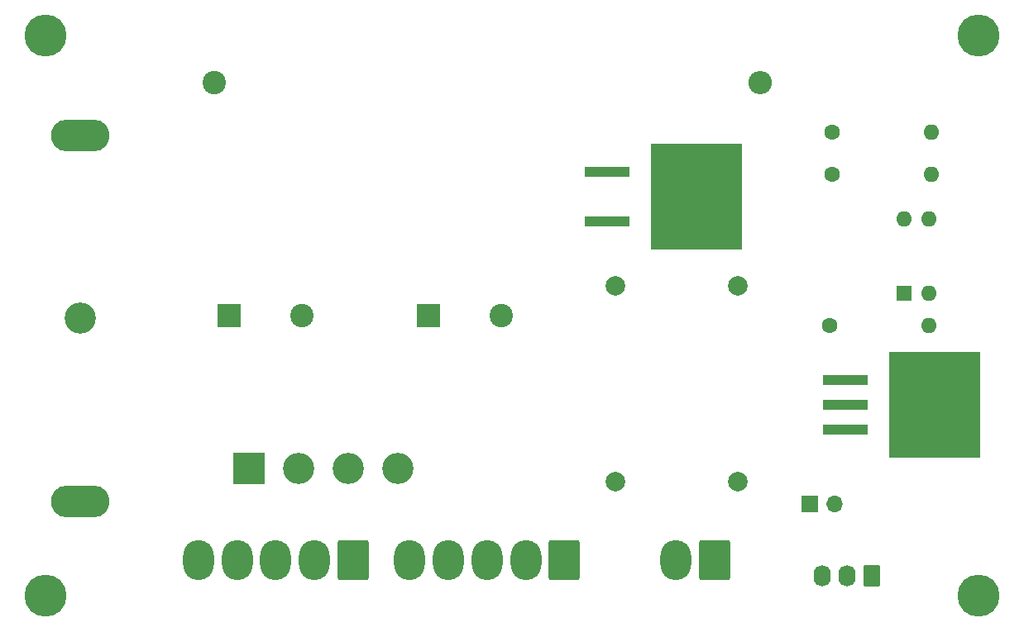
<source format=gbr>
%TF.GenerationSoftware,KiCad,Pcbnew,(6.0.1)*%
%TF.CreationDate,2022-01-30T09:16:28+01:00*%
%TF.ProjectId,board_shakercontrol,626f6172-645f-4736-9861-6b6572636f6e,rev?*%
%TF.SameCoordinates,Original*%
%TF.FileFunction,Soldermask,Top*%
%TF.FilePolarity,Negative*%
%FSLAX46Y46*%
G04 Gerber Fmt 4.6, Leading zero omitted, Abs format (unit mm)*
G04 Created by KiCad (PCBNEW (6.0.1)) date 2022-01-30 09:16:28*
%MOMM*%
%LPD*%
G01*
G04 APERTURE LIST*
G04 Aperture macros list*
%AMRoundRect*
0 Rectangle with rounded corners*
0 $1 Rounding radius*
0 $2 $3 $4 $5 $6 $7 $8 $9 X,Y pos of 4 corners*
0 Add a 4 corners polygon primitive as box body*
4,1,4,$2,$3,$4,$5,$6,$7,$8,$9,$2,$3,0*
0 Add four circle primitives for the rounded corners*
1,1,$1+$1,$2,$3*
1,1,$1+$1,$4,$5*
1,1,$1+$1,$6,$7*
1,1,$1+$1,$8,$9*
0 Add four rect primitives between the rounded corners*
20,1,$1+$1,$2,$3,$4,$5,0*
20,1,$1+$1,$4,$5,$6,$7,0*
20,1,$1+$1,$6,$7,$8,$9,0*
20,1,$1+$1,$8,$9,$2,$3,0*%
G04 Aperture macros list end*
%ADD10RoundRect,0.250000X0.620000X0.845000X-0.620000X0.845000X-0.620000X-0.845000X0.620000X-0.845000X0*%
%ADD11O,1.740000X2.190000*%
%ADD12C,2.000000*%
%ADD13C,1.600000*%
%ADD14O,1.600000X1.600000*%
%ADD15R,3.200000X3.200000*%
%ADD16C,3.200000*%
%ADD17O,6.000000X3.250000*%
%ADD18R,2.400000X2.400000*%
%ADD19C,2.400000*%
%ADD20C,4.300000*%
%ADD21R,4.600000X1.100000*%
%ADD22R,9.400000X10.800000*%
%ADD23O,2.400000X2.400000*%
%ADD24RoundRect,0.250000X1.330000X1.800000X-1.330000X1.800000X-1.330000X-1.800000X1.330000X-1.800000X0*%
%ADD25O,3.160000X4.100000*%
%ADD26R,1.600000X1.600000*%
%ADD27O,1.700000X1.700000*%
%ADD28R,1.700000X1.700000*%
G04 APERTURE END LIST*
D10*
%TO.C,J3*%
X137922000Y-95992000D03*
D11*
X135382000Y-95992000D03*
X132842000Y-95992000D03*
%TD*%
D12*
%TO.C,L1*%
X124206000Y-66294005D03*
X111706000Y-66294005D03*
X111706000Y-86294005D03*
X124206000Y-86294005D03*
%TD*%
D13*
%TO.C,R1*%
X133604000Y-70358000D03*
D14*
X143764000Y-70358000D03*
%TD*%
D15*
%TO.C,D1*%
X74138000Y-84994000D03*
D16*
X79218000Y-84994000D03*
X84298000Y-84994000D03*
X89378000Y-84994000D03*
%TD*%
%TO.C,F1*%
X56896000Y-69596000D03*
D17*
X56896000Y-88346000D03*
X56896000Y-50846000D03*
%TD*%
D13*
%TO.C,R3*%
X133858000Y-54864000D03*
D14*
X144018000Y-54864000D03*
%TD*%
D18*
%TO.C,C1*%
X92534220Y-69342000D03*
D19*
X100034220Y-69342000D03*
%TD*%
D20*
%TO.C,REF\u002A\u002A*%
X148844000Y-40640000D03*
%TD*%
D21*
%TO.C,Q1*%
X110811000Y-54610000D03*
D22*
X119961000Y-57150000D03*
D21*
X110811000Y-59690000D03*
%TD*%
D19*
%TO.C,R4*%
X70612000Y-45466000D03*
D23*
X126492000Y-45466000D03*
%TD*%
D20*
%TO.C,REF\u002A\u002A*%
X53340000Y-98044000D03*
%TD*%
%TO.C,REF\u002A\u002A*%
X148844000Y-98044000D03*
%TD*%
D24*
%TO.C,J1*%
X106472000Y-94383000D03*
D25*
X102512000Y-94383000D03*
X98552000Y-94383000D03*
X94592000Y-94383000D03*
X90632000Y-94383000D03*
%TD*%
D26*
%TO.C,U2*%
X141224000Y-67056000D03*
D14*
X143764000Y-67056000D03*
X143764000Y-59436000D03*
X141224000Y-59436000D03*
%TD*%
D13*
%TO.C,R2*%
X133858000Y-50546000D03*
D14*
X144018000Y-50546000D03*
%TD*%
D27*
%TO.C,JP1*%
X134107000Y-88646000D03*
D28*
X131567000Y-88646000D03*
%TD*%
D24*
%TO.C,J2*%
X84836000Y-94383000D03*
D25*
X80876000Y-94383000D03*
X76916000Y-94383000D03*
X72956000Y-94383000D03*
X68996000Y-94383000D03*
%TD*%
D24*
%TO.C,J4*%
X121868000Y-94383000D03*
D25*
X117908000Y-94383000D03*
%TD*%
D18*
%TO.C,C2*%
X72136000Y-69342000D03*
D19*
X79636000Y-69342000D03*
%TD*%
D21*
%TO.C,U1*%
X135195000Y-75946000D03*
D22*
X144345000Y-78486000D03*
D21*
X135195000Y-78486000D03*
X135195000Y-81026000D03*
%TD*%
D20*
%TO.C,REF\u002A\u002A*%
X53340000Y-40640000D03*
%TD*%
M02*

</source>
